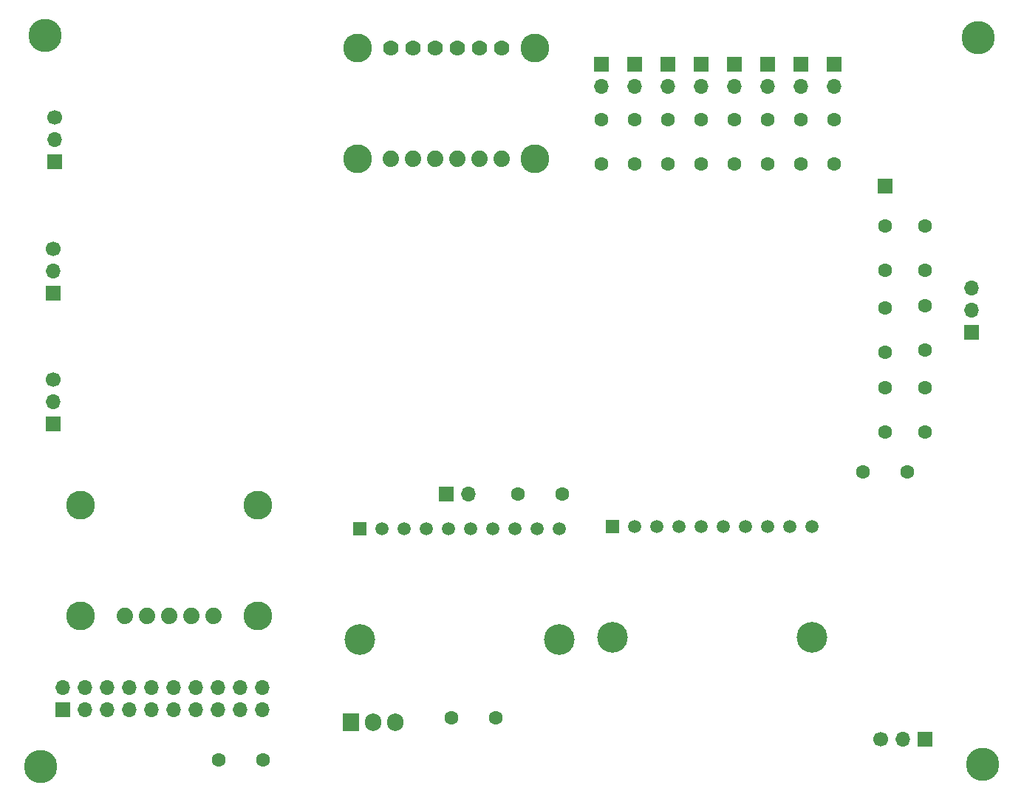
<source format=gbr>
%TF.GenerationSoftware,KiCad,Pcbnew,(6.0.0-0)*%
%TF.CreationDate,2022-10-28T11:21:17-04:00*%
%TF.ProjectId,PEC_Prognostic_Board,5045435f-5072-46f6-976e-6f737469635f,1.2*%
%TF.SameCoordinates,Original*%
%TF.FileFunction,Soldermask,Top*%
%TF.FilePolarity,Negative*%
%FSLAX46Y46*%
G04 Gerber Fmt 4.6, Leading zero omitted, Abs format (unit mm)*
G04 Created by KiCad (PCBNEW (6.0.0-0)) date 2022-10-28 11:21:17*
%MOMM*%
%LPD*%
G01*
G04 APERTURE LIST*
%ADD10R,1.700000X1.700000*%
%ADD11O,1.700000X1.700000*%
%ADD12C,1.700000*%
%ADD13C,1.600000*%
%ADD14C,1.879600*%
%ADD15C,3.301600*%
%ADD16C,3.800000*%
%ADD17C,2.600000*%
%ADD18R,1.508000X1.508000*%
%ADD19C,1.508000*%
%ADD20C,3.516000*%
%ADD21R,1.905000X2.000000*%
%ADD22O,1.905000X2.000000*%
%ADD23C,1.778000*%
G04 APERTURE END LIST*
D10*
%TO.C,U9*%
X174218923Y-124379750D03*
D11*
X171678923Y-124379750D03*
D12*
X169138923Y-124379750D03*
%TD*%
D13*
%TO.C,R1*%
X160020000Y-58415000D03*
X160020000Y-53335000D03*
%TD*%
D14*
%TO.C,U1*%
X82543000Y-110233000D03*
X85083000Y-110233000D03*
X87623000Y-110233000D03*
X90163000Y-110233000D03*
X92703000Y-110233000D03*
D15*
X77463000Y-97533000D03*
X97783000Y-110233000D03*
X97783000Y-97533000D03*
X77463000Y-110233000D03*
%TD*%
D10*
%TO.C,TH7*%
X137160000Y-46990000D03*
D11*
X137160000Y-49530000D03*
%TD*%
D10*
%TO.C,TH5*%
X144780000Y-46990000D03*
D11*
X144780000Y-49530000D03*
%TD*%
D16*
%TO.C,REF\u002A\u002A*%
X180848000Y-127254000D03*
D17*
X180848000Y-127254000D03*
%TD*%
D13*
%TO.C,R13*%
X169672000Y-89149000D03*
X169672000Y-84069000D03*
%TD*%
%TO.C,R23*%
X93223000Y-126746000D03*
X98303000Y-126746000D03*
%TD*%
D10*
%TO.C,TH6*%
X140970000Y-46990000D03*
D11*
X140970000Y-49530000D03*
%TD*%
D10*
%TO.C,J2*%
X179578000Y-77724000D03*
D11*
X179578000Y-75184000D03*
X179578000Y-72644000D03*
%TD*%
D18*
%TO.C,U4*%
X109474000Y-100266500D03*
D19*
X112014000Y-100266500D03*
X114554000Y-100266500D03*
X117094000Y-100266500D03*
X119634000Y-100266500D03*
X122174000Y-100266500D03*
X124714000Y-100266500D03*
X127254000Y-100266500D03*
X129794000Y-100266500D03*
X132334000Y-100266500D03*
D20*
X132334000Y-112966500D03*
X109474000Y-112966500D03*
%TD*%
D13*
%TO.C,R12*%
X174244000Y-84074000D03*
X174244000Y-89154000D03*
%TD*%
%TO.C,R9*%
X169672000Y-70607000D03*
X169672000Y-65527000D03*
%TD*%
%TO.C,R2*%
X156210000Y-58415000D03*
X156210000Y-53335000D03*
%TD*%
D10*
%TO.C,J3*%
X119375000Y-96266000D03*
D11*
X121915000Y-96266000D03*
%TD*%
D10*
%TO.C,U12*%
X74311267Y-88268923D03*
D11*
X74311267Y-85728923D03*
D12*
X74311267Y-83188923D03*
%TD*%
D13*
%TO.C,R0*%
X163830000Y-58415000D03*
X163830000Y-53335000D03*
%TD*%
D16*
%TO.C,REF\u002A\u002A*%
X73406000Y-43688000D03*
D17*
X73406000Y-43688000D03*
%TD*%
D13*
%TO.C,R8*%
X174244000Y-65532000D03*
X174244000Y-70612000D03*
%TD*%
%TO.C,R10*%
X174244000Y-74681000D03*
X174244000Y-79761000D03*
%TD*%
D10*
%TO.C,U11*%
X74311267Y-73268923D03*
D11*
X74311267Y-70728923D03*
D12*
X74311267Y-68188923D03*
%TD*%
D13*
%TO.C,R3*%
X152400000Y-58415000D03*
X152400000Y-53335000D03*
%TD*%
D10*
%TO.C,TH0*%
X163830000Y-46990000D03*
D11*
X163830000Y-49530000D03*
%TD*%
D10*
%TO.C,TH4*%
X148590000Y-46990000D03*
D11*
X148590000Y-49530000D03*
%TD*%
D10*
%TO.C,U10*%
X74444250Y-58165647D03*
D11*
X74444250Y-55625647D03*
D12*
X74444250Y-53085647D03*
%TD*%
D21*
%TO.C,Q1*%
X108458000Y-122428000D03*
D22*
X110998000Y-122428000D03*
X113538000Y-122428000D03*
%TD*%
D13*
%TO.C,R22*%
X127513000Y-96266000D03*
X132593000Y-96266000D03*
%TD*%
%TO.C,R21*%
X172212000Y-93726000D03*
X167132000Y-93726000D03*
%TD*%
D17*
%TO.C,REF\u002A\u002A*%
X72898000Y-127508000D03*
D16*
X72898000Y-127508000D03*
%TD*%
D10*
%TO.C,TH3*%
X152400000Y-46990000D03*
D11*
X152400000Y-49530000D03*
%TD*%
D17*
%TO.C,REF\u002A\u002A*%
X180340000Y-43942000D03*
D16*
X180340000Y-43942000D03*
%TD*%
D10*
%TO.C,J1*%
X75420000Y-121040000D03*
D11*
X75420000Y-118500000D03*
X77960000Y-121040000D03*
X77960000Y-118500000D03*
X80500000Y-121040000D03*
X80500000Y-118500000D03*
X83040000Y-121040000D03*
X83040000Y-118500000D03*
X85580000Y-121040000D03*
X85580000Y-118500000D03*
X88120000Y-121040000D03*
X88120000Y-118500000D03*
X90660000Y-121040000D03*
X90660000Y-118500000D03*
X93200000Y-121040000D03*
X93200000Y-118500000D03*
X95740000Y-121040000D03*
X95740000Y-118500000D03*
X98280000Y-121040000D03*
X98280000Y-118500000D03*
%TD*%
D10*
%TO.C,TH1*%
X160020000Y-46990000D03*
D11*
X160020000Y-49530000D03*
%TD*%
D18*
%TO.C,U3*%
X138430000Y-100012500D03*
D19*
X140970000Y-100012500D03*
X143510000Y-100012500D03*
X146050000Y-100012500D03*
X148590000Y-100012500D03*
X151130000Y-100012500D03*
X153670000Y-100012500D03*
X156210000Y-100012500D03*
X158750000Y-100012500D03*
X161290000Y-100012500D03*
D20*
X161290000Y-112712500D03*
X138430000Y-112712500D03*
%TD*%
D14*
%TO.C,U2*%
X112953000Y-57828000D03*
X115493000Y-57828000D03*
X118033000Y-57828000D03*
X120573000Y-57828000D03*
X123113000Y-57828000D03*
X125653000Y-57828000D03*
D23*
X112953000Y-45128000D03*
X115493000Y-45128000D03*
X118033000Y-45128000D03*
X120573000Y-45128000D03*
X123113000Y-45128000D03*
X125653000Y-45128000D03*
D15*
X129463000Y-57828000D03*
X109143000Y-45128000D03*
X129463000Y-45128000D03*
X109143000Y-57828000D03*
%TD*%
D10*
%TO.C,TH2*%
X156210000Y-46990000D03*
D11*
X156210000Y-49530000D03*
%TD*%
D13*
%TO.C,R20*%
X119893000Y-121920000D03*
X124973000Y-121920000D03*
%TD*%
%TO.C,R5*%
X144780000Y-58415000D03*
X144780000Y-53335000D03*
%TD*%
%TO.C,R4*%
X148590000Y-58415000D03*
X148590000Y-53335000D03*
%TD*%
%TO.C,R6*%
X140970000Y-58415000D03*
X140970000Y-53335000D03*
%TD*%
%TO.C,R11*%
X169672000Y-80005000D03*
X169672000Y-74925000D03*
%TD*%
D10*
%TO.C,J4*%
X169672000Y-60960000D03*
%TD*%
D13*
%TO.C,R7*%
X137160000Y-58420000D03*
X137160000Y-53340000D03*
%TD*%
M02*

</source>
